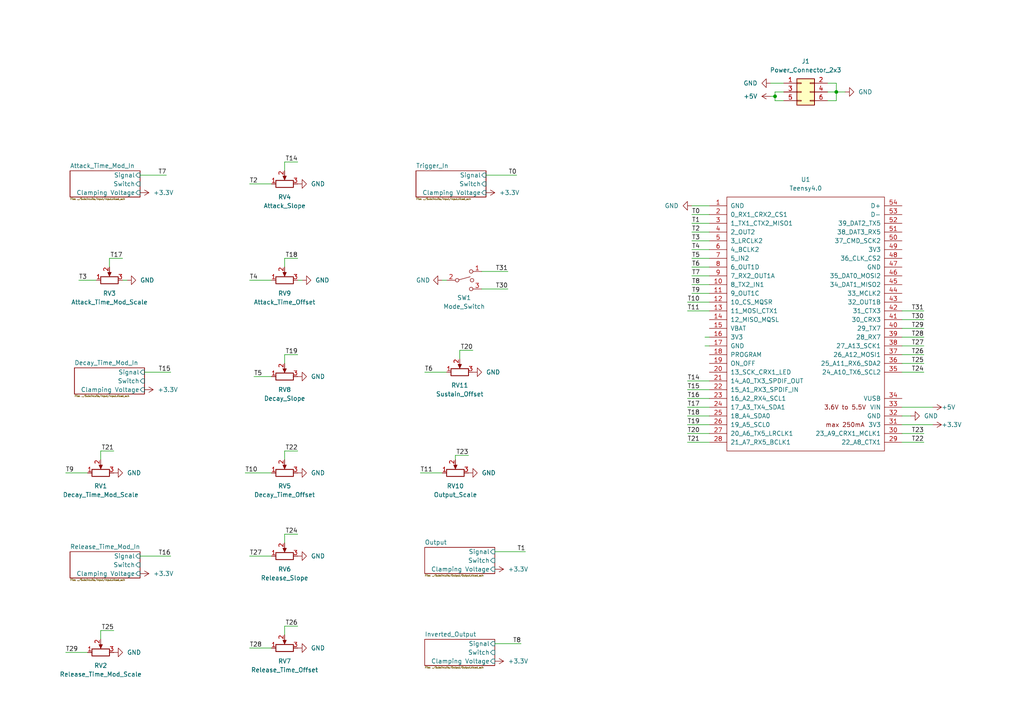
<source format=kicad_sch>
(kicad_sch (version 20211123) (generator eeschema)
  (paper "A4")
  (lib_symbols
    (symbol "Connector_Generic:Conn_02x03_Odd_Even" (pin_names (offset 1.016) hide)
      (property "Reference" "J" (at 1.27 5.08 0))
      (property "Value" "Conn_02x03_Odd_Even" (at 1.27 -5.08 0))
      (symbol "Conn_02x03_Odd_Even_1_1"
        (rectangle (start -1.27 -2.413) (end 0 -2.667) (stroke (width 0.1524)))
        (rectangle (start -1.27 0.127) (end 0 -0.127) (stroke (width 0.1524)))
        (rectangle (start -1.27 2.667) (end 0 2.413) (stroke (width 0.1524)))
        (rectangle (start -1.27 3.81) (end 3.81 -3.81) (stroke (width 0.254)) (fill (type background)))
        (rectangle (start 3.81 -2.413) (end 2.54 -2.667) (stroke (width 0.1524)))
        (rectangle (start 3.81 0.127) (end 2.54 -0.127) (stroke (width 0.1524)))
        (rectangle (start 3.81 2.667) (end 2.54 2.413) (stroke (width 0.1524)))
        (pin passive line (at -5.08 2.54 0) (length 3.81) (name "Pin_1") (number "1"))
        (pin passive line (at 7.62 2.54 180) (length 3.81) (name "Pin_2") (number "2"))
        (pin passive line (at -5.08 0 0) (length 3.81) (name "Pin_3") (number "3"))
        (pin passive line (at 7.62 0 180) (length 3.81) (name "Pin_4") (number "4"))
        (pin passive line (at -5.08 -2.54 0) (length 3.81) (name "Pin_5") (number "5"))
        (pin passive line (at 7.62 -2.54 180) (length 3.81) (name "Pin_6") (number "6"))
      )
    )
    (symbol "Device:R_Potentiometer" (pin_names (offset 1.016) hide)
      (property "Reference" "RV" (at -4.445 0 90))
      (property "Value" "R_Potentiometer" (at -2.54 0 90))
      (symbol "R_Potentiometer_0_1"
        (polyline (pts (xy 2.54 0) (xy 1.524 0)))
        (polyline (pts (xy 1.143 0) (xy 2.286 0.508) (xy 2.286 -0.508) (xy 1.143 0)) (fill (type outline)))
        (rectangle (start 1.016 2.54) (end -1.016 -2.54) (stroke (width 0.254)))
      )
      (symbol "R_Potentiometer_1_1"
        (pin passive line (at 0 3.81 270) (length 1.27) (name "1") (number "1"))
        (pin passive line (at 3.81 0 180) (length 1.27) (name "2") (number "2"))
        (pin passive line (at 0 -3.81 90) (length 1.27) (name "3") (number "3"))
      )
    )
    (symbol "Switch:SW_SPDT_MSM" (pin_names (offset 0) hide)
      (property "Reference" "SW" (at 0 5.08 0))
      (property "Value" "SW_SPDT_MSM" (at 0 -5.08 0))
      (symbol "SW_SPDT_MSM_0_0"
        (circle (center -2.032 0) (radius 0.508))
        (polyline (pts (xy -1.524 0.127) (xy 1.778 1.016)))
        (circle (center 2.032 -2.54) (radius 0.508))
      )
      (symbol "SW_SPDT_MSM_0_1"
        (circle (center 2.032 2.54) (radius 0.508))
        (circle (center 2.286 0) (radius 0.508))
      )
      (symbol "SW_SPDT_MSM_1_1"
        (pin passive line (at 5.08 2.54 180) (length 2.54) (name "1") (number "1"))
        (pin passive line (at -5.08 0 0) (length 2.54) (name "2") (number "2"))
        (pin passive line (at 5.08 -2.54 180) (length 2.54) (name "3") (number "3"))
      )
    )
    (symbol "Teensy:Teensy4.0" (pin_names (offset 1.016))
      (property "Reference" "U" (at 0 39.37 0))
      (property "Value" "Teensy4.0" (at 0 -39.37 0))
      (symbol "Teensy4.0_0_0"
        (text "3.6V to 5.5V" (at 11.43 -24.13 0) (effects (font (size 1.27 1.27))))
        (text "max 250mA" (at 11.43 -29.21 0) (effects (font (size 1.27 1.27))))
        (pin bidirectional line (at -27.94 11.43 0) (length 5.08) (name "8_TX2_IN1") (number "10"))
        (pin bidirectional line (at -27.94 8.89 0) (length 5.08) (name "9_OUT1C") (number "11"))
        (pin bidirectional line (at -27.94 6.35 0) (length 5.08) (name "10_CS_MQSR") (number "12"))
        (pin bidirectional line (at -27.94 3.81 0) (length 5.08) (name "11_MOSI_CTX1") (number "13"))
        (pin bidirectional line (at -27.94 1.27 0) (length 5.08) (name "12_MISO_MQSL") (number "14"))
        (pin power_in line (at -27.94 -1.27 0) (length 5.08) (name "VBAT") (number "15"))
        (pin power_in line (at -27.94 -3.81 0) (length 5.08) (name "3V3") (number "16"))
        (pin power_in line (at -27.94 -6.35 0) (length 5.08) (name "GND") (number "17"))
        (pin input line (at -27.94 -8.89 0) (length 5.08) (name "PROGRAM") (number "18"))
        (pin input line (at -27.94 -11.43 0) (length 5.08) (name "ON_OFF") (number "19"))
        (pin bidirectional line (at -27.94 -13.97 0) (length 5.08) (name "13_SCK_CRX1_LED") (number "20"))
        (pin bidirectional line (at -27.94 -16.51 0) (length 5.08) (name "14_A0_TX3_SPDIF_OUT") (number "21"))
        (pin bidirectional line (at -27.94 -19.05 0) (length 5.08) (name "15_A1_RX3_SPDIF_IN") (number "22"))
        (pin bidirectional line (at -27.94 -21.59 0) (length 5.08) (name "16_A2_RX4_SCL1") (number "23"))
        (pin bidirectional line (at -27.94 -24.13 0) (length 5.08) (name "17_A3_TX4_SDA1") (number "24"))
        (pin bidirectional line (at -27.94 -26.67 0) (length 5.08) (name "18_A4_SDA0") (number "25"))
        (pin bidirectional line (at -27.94 -29.21 0) (length 5.08) (name "19_A5_SCL0") (number "26"))
        (pin bidirectional line (at -27.94 -31.75 0) (length 5.08) (name "20_A6_TX5_LRCLK1") (number "27"))
        (pin bidirectional line (at -27.94 -34.29 0) (length 5.08) (name "21_A7_RX5_BCLK1") (number "28"))
        (pin bidirectional line (at 27.94 -34.29 180) (length 5.08) (name "22_A8_CTX1") (number "29"))
        (pin bidirectional line (at 27.94 -31.75 180) (length 5.08) (name "23_A9_CRX1_MCLK1") (number "30"))
        (pin power_out line (at 27.94 -29.21 180) (length 5.08) (name "3V3") (number "31"))
        (pin power_in line (at 27.94 -26.67 180) (length 5.08) (name "GND") (number "32"))
        (pin power_in line (at 27.94 -24.13 180) (length 5.08) (name "VIN") (number "33"))
        (pin power_out line (at 27.94 -21.59 180) (length 5.08) (name "VUSB") (number "34"))
        (pin bidirectional line (at 27.94 -13.97 180) (length 5.08) (name "24_A10_TX6_SCL2") (number "35"))
        (pin bidirectional line (at 27.94 -11.43 180) (length 5.08) (name "25_A11_RX6_SDA2") (number "36"))
        (pin bidirectional line (at 27.94 -8.89 180) (length 5.08) (name "26_A12_MOSI1") (number "37"))
        (pin bidirectional line (at 27.94 -6.35 180) (length 5.08) (name "27_A13_SCK1") (number "38"))
        (pin bidirectional line (at 27.94 -3.81 180) (length 5.08) (name "28_RX7") (number "39"))
        (pin bidirectional line (at 27.94 -1.27 180) (length 5.08) (name "29_TX7") (number "40"))
        (pin bidirectional line (at 27.94 1.27 180) (length 5.08) (name "30_CRX3") (number "41"))
        (pin bidirectional line (at 27.94 3.81 180) (length 5.08) (name "31_CTX3") (number "42"))
        (pin bidirectional line (at 27.94 6.35 180) (length 5.08) (name "32_OUT1B") (number "43"))
        (pin bidirectional line (at 27.94 8.89 180) (length 5.08) (name "33_MCLK2") (number "44"))
        (pin bidirectional line (at 27.94 11.43 180) (length 5.08) (name "34_DAT1_MISO2") (number "45"))
        (pin bidirectional line (at 27.94 13.97 180) (length 5.08) (name "35_DAT0_MOSI2") (number "46"))
        (pin power_out line (at 27.94 16.51 180) (length 5.08) (name "GND") (number "47"))
        (pin bidirectional line (at 27.94 19.05 180) (length 5.08) (name "36_CLK_CS2") (number "48"))
        (pin power_out line (at 27.94 21.59 180) (length 5.08) (name "3V3") (number "49"))
        (pin bidirectional line (at -27.94 24.13 0) (length 5.08) (name "3_LRCLK2") (number "5"))
        (pin bidirectional line (at 27.94 24.13 180) (length 5.08) (name "37_CMD_SCK2") (number "50"))
        (pin bidirectional line (at 27.94 26.67 180) (length 5.08) (name "38_DAT3_RX5") (number "51"))
        (pin bidirectional line (at 27.94 29.21 180) (length 5.08) (name "39_DAT2_TX5") (number "52"))
        (pin bidirectional line (at 27.94 31.75 180) (length 5.08) (name "D-") (number "53"))
        (pin bidirectional line (at 27.94 34.29 180) (length 5.08) (name "D+") (number "54"))
        (pin bidirectional line (at -27.94 21.59 0) (length 5.08) (name "4_BCLK2") (number "6"))
        (pin bidirectional line (at -27.94 19.05 0) (length 5.08) (name "5_IN2") (number "7"))
        (pin bidirectional line (at -27.94 16.51 0) (length 5.08) (name "6_OUT1D") (number "8"))
        (pin bidirectional line (at -27.94 13.97 0) (length 5.08) (name "7_RX2_OUT1A") (number "9"))
      )
      (symbol "Teensy4.0_0_1"
        (rectangle (start -22.86 36.83) (end 22.86 -36.83))
        (rectangle (start -20.32 -31.75) (end -20.32 -31.75))
      )
      (symbol "Teensy4.0_1_1"
        (pin power_in line (at -27.94 34.29 0) (length 5.08) (name "GND") (number "1"))
        (pin bidirectional line (at -27.94 31.75 0) (length 5.08) (name "0_RX1_CRX2_CS1") (number "2"))
        (pin bidirectional line (at -27.94 29.21 0) (length 5.08) (name "1_TX1_CTX2_MISO1") (number "3"))
        (pin bidirectional line (at -27.94 26.67 0) (length 5.08) (name "2_OUT2") (number "4"))
      )
    )
    (symbol "power:+3.3V" (power) (pin_names (offset 0))
      (property "Value" "+3.3V" (at 0 3.556 0))
      (symbol "+3.3V_0_1"
        (polyline (pts (xy -0.762 1.27) (xy 0 2.54)))
        (polyline (pts (xy 0 0) (xy 0 2.54)))
        (polyline (pts (xy 0 2.54) (xy 0.762 1.27)))
      )
      (symbol "+3.3V_1_1"
        (pin power_in line (at 0 0 90) (length 0) hide (name "+3.3V") (number "1"))
      )
    )
    (symbol "power:+5V" (power) (pin_names (offset 0))
      (property "Value" "+5V" (at 0 3.556 0))
      (symbol "+5V_0_1"
        (polyline (pts (xy -0.762 1.27) (xy 0 2.54)))
        (polyline (pts (xy 0 0) (xy 0 2.54)))
        (polyline (pts (xy 0 2.54) (xy 0.762 1.27)))
      )
      (symbol "+5V_1_1"
        (pin power_in line (at 0 0 90) (length 0) hide (name "+5V") (number "1"))
      )
    )
    (symbol "power:GND" (power) (pin_names (offset 0))
      (property "Value" "GND" (at 0 -3.81 0))
      (symbol "GND_0_1"
        (polyline (pts (xy 0 0) (xy 0 -1.27) (xy 1.27 -1.27) (xy 0 -2.54) (xy -1.27 -1.27) (xy 0 -1.27)))
      )
      (symbol "GND_1_1"
        (pin power_in line (at 0 0 270) (length 0) hide (name "GND") (number "1"))
      )
    )
  )
  (junction (at 242.57 26.67))
  (junction (at 224.79 27.94))
  (wire (pts (xy 270.51 123.19) (xy 261.62 123.19)))
  (wire (pts (xy 19.05 137.16) (xy 25.4 137.16)))
  (wire (pts (xy 227.33 29.21) (xy 224.79 29.21)))
  (wire (pts (xy 35.56 74.93) (xy 31.75 74.93)))
  (wire (pts (xy 240.03 26.67) (xy 242.57 26.67)))
  (wire (pts (xy 72.39 161.29) (xy 78.74 161.29)))
  (wire (pts (xy 139.7 78.74) (xy 147.32 78.74)))
  (wire (pts (xy 199.39 87.63) (xy 205.74 87.63)))
  (wire (pts (xy 86.36 154.94) (xy 82.55 154.94)))
  (wire (pts (xy 86.36 74.93) (xy 82.55 74.93)))
  (wire (pts (xy 261.62 105.41) (xy 267.97 105.41)))
  (wire (pts (xy 35.56 81.28) (xy 36.83 81.28)))
  (wire (pts (xy 261.62 100.33) (xy 267.97 100.33)))
  (wire (pts (xy 19.05 189.23) (xy 25.4 189.23)))
  (wire (pts (xy 199.39 90.17) (xy 205.74 90.17)))
  (wire (pts (xy 200.66 85.09) (xy 205.74 85.09)))
  (wire (pts (xy 33.02 130.81) (xy 29.21 130.81)))
  (wire (pts (xy 82.55 181.61) (xy 82.55 184.15)))
  (wire (pts (xy 71.12 137.16) (xy 78.74 137.16)))
  (wire (pts (xy 31.75 74.93) (xy 31.75 77.47)))
  (wire (pts (xy 204.47 97.79) (xy 205.74 97.79)))
  (wire (pts (xy 199.39 115.57) (xy 205.74 115.57)))
  (wire (pts (xy 227.33 26.67) (xy 224.79 26.67)))
  (wire (pts (xy 261.62 125.73) (xy 267.97 125.73)))
  (wire (pts (xy 86.36 81.28) (xy 87.63 81.28)))
  (wire (pts (xy 199.39 123.19) (xy 205.74 123.19)))
  (wire (pts (xy 261.62 120.65) (xy 264.16 120.65)))
  (wire (pts (xy 242.57 24.13) (xy 242.57 26.67)))
  (wire (pts (xy 199.39 128.27) (xy 205.74 128.27)))
  (wire (pts (xy 137.16 101.6) (xy 133.35 101.6)))
  (wire (pts (xy 133.35 101.6) (xy 133.35 104.14)))
  (wire (pts (xy 200.66 69.85) (xy 205.74 69.85)))
  (wire (pts (xy 261.62 102.87) (xy 267.97 102.87)))
  (wire (pts (xy 199.39 120.65) (xy 205.74 120.65)))
  (wire (pts (xy 261.62 92.71) (xy 267.97 92.71)))
  (wire (pts (xy 199.39 113.03) (xy 205.74 113.03)))
  (wire (pts (xy 72.39 53.34) (xy 78.74 53.34)))
  (wire (pts (xy 200.66 62.23) (xy 205.74 62.23)))
  (wire (pts (xy 200.66 64.77) (xy 205.74 64.77)))
  (wire (pts (xy 139.7 83.82) (xy 147.32 83.82)))
  (wire (pts (xy 86.36 102.87) (xy 82.55 102.87)))
  (wire (pts (xy 82.55 46.99) (xy 82.55 49.53)))
  (wire (pts (xy 29.21 182.88) (xy 29.21 185.42)))
  (wire (pts (xy 72.39 81.28) (xy 78.74 81.28)))
  (wire (pts (xy 72.39 187.96) (xy 78.74 187.96)))
  (wire (pts (xy 140.97 50.8) (xy 149.86 50.8)))
  (wire (pts (xy 135.89 132.08) (xy 132.08 132.08)))
  (wire (pts (xy 224.79 26.67) (xy 224.79 27.94)))
  (wire (pts (xy 224.79 29.21) (xy 224.79 27.94)))
  (wire (pts (xy 200.66 80.01) (xy 205.74 80.01)))
  (wire (pts (xy 261.62 95.25) (xy 267.97 95.25)))
  (wire (pts (xy 40.64 161.29) (xy 49.53 161.29)))
  (wire (pts (xy 261.62 90.17) (xy 267.97 90.17)))
  (wire (pts (xy 143.51 186.69) (xy 151.13 186.69)))
  (wire (pts (xy 41.91 107.95) (xy 49.53 107.95)))
  (wire (pts (xy 82.55 102.87) (xy 82.55 105.41)))
  (wire (pts (xy 199.39 125.73) (xy 205.74 125.73)))
  (wire (pts (xy 73.66 109.22) (xy 78.74 109.22)))
  (wire (pts (xy 261.62 107.95) (xy 267.97 107.95)))
  (wire (pts (xy 199.39 118.11) (xy 205.74 118.11)))
  (wire (pts (xy 200.66 59.69) (xy 205.74 59.69)))
  (wire (pts (xy 121.92 137.16) (xy 128.27 137.16)))
  (wire (pts (xy 132.08 132.08) (xy 132.08 133.35)))
  (wire (pts (xy 129.54 81.28) (xy 128.27 81.28)))
  (wire (pts (xy 200.66 72.39) (xy 205.74 72.39)))
  (wire (pts (xy 82.55 154.94) (xy 82.55 157.48)))
  (wire (pts (xy 223.52 24.13) (xy 227.33 24.13)))
  (wire (pts (xy 242.57 29.21) (xy 242.57 26.67)))
  (wire (pts (xy 242.57 26.67) (xy 245.11 26.67)))
  (wire (pts (xy 40.64 50.8) (xy 48.26 50.8)))
  (wire (pts (xy 224.79 27.94) (xy 223.52 27.94)))
  (wire (pts (xy 204.47 100.33) (xy 205.74 100.33)))
  (wire (pts (xy 199.39 110.49) (xy 205.74 110.49)))
  (wire (pts (xy 261.62 128.27) (xy 267.97 128.27)))
  (wire (pts (xy 240.03 24.13) (xy 242.57 24.13)))
  (wire (pts (xy 200.66 77.47) (xy 205.74 77.47)))
  (wire (pts (xy 86.36 46.99) (xy 82.55 46.99)))
  (wire (pts (xy 200.66 82.55) (xy 205.74 82.55)))
  (wire (pts (xy 200.66 67.31) (xy 205.74 67.31)))
  (wire (pts (xy 240.03 29.21) (xy 242.57 29.21)))
  (wire (pts (xy 270.51 118.11) (xy 261.62 118.11)))
  (wire (pts (xy 123.19 107.95) (xy 129.54 107.95)))
  (wire (pts (xy 200.66 74.93) (xy 205.74 74.93)))
  (wire (pts (xy 82.55 130.81) (xy 82.55 133.35)))
  (wire (pts (xy 86.36 181.61) (xy 82.55 181.61)))
  (wire (pts (xy 22.86 81.28) (xy 27.94 81.28)))
  (wire (pts (xy 143.51 160.02) (xy 152.4 160.02)))
  (wire (pts (xy 86.36 130.81) (xy 82.55 130.81)))
  (wire (pts (xy 33.02 182.88) (xy 29.21 182.88)))
  (wire (pts (xy 82.55 74.93) (xy 82.55 77.47)))
  (wire (pts (xy 261.62 97.79) (xy 267.97 97.79)))
  (wire (pts (xy 29.21 130.81) (xy 29.21 133.35)))
  (label "T20" (at 137.16 101.6 180))
  (label "T18" (at 199.39 120.65 0))
  (label "T8" (at 200.66 82.55 0))
  (label "T20" (at 199.39 125.73 0))
  (label "T7" (at 200.66 80.01 0))
  (label "T23" (at 135.89 132.08 180))
  (label "T27" (at 267.97 100.33 180))
  (label "T21" (at 33.02 130.81 180))
  (label "T25" (at 33.02 182.88 180))
  (label "T28" (at 267.97 97.79 180))
  (label "T10" (at 71.12 137.16 0))
  (label "T14" (at 199.39 110.49 0))
  (label "T3" (at 22.86 81.28 0))
  (label "T30" (at 267.97 92.71 180))
  (label "T26" (at 267.97 102.87 180))
  (label "T5" (at 200.66 74.93 0))
  (label "T22" (at 86.36 130.81 180))
  (label "T11" (at 121.92 137.16 0))
  (label "T21" (at 199.39 128.27 0))
  (label "T1" (at 152.4 160.02 180))
  (label "T29" (at 19.05 189.23 0))
  (label "T17" (at 35.56 74.93 180))
  (label "T2" (at 72.39 53.34 0))
  (label "T27" (at 72.39 161.29 0))
  (label "T19" (at 86.36 102.87 180))
  (label "T9" (at 200.66 85.09 0))
  (label "T11" (at 199.39 90.17 0))
  (label "T29" (at 267.97 95.25 180))
  (label "T28" (at 72.39 187.96 0))
  (label "T25" (at 267.97 105.41 180))
  (label "T16" (at 199.39 115.57 0))
  (label "T5" (at 73.66 109.22 0))
  (label "T10" (at 199.39 87.63 0))
  (label "T22" (at 267.97 128.27 180))
  (label "T7" (at 48.26 50.8 180))
  (label "T2" (at 200.66 67.31 0))
  (label "T18" (at 86.36 74.93 180))
  (label "T31" (at 147.32 78.74 180))
  (label "T3" (at 200.66 69.85 0))
  (label "T31" (at 267.97 90.17 180))
  (label "T15" (at 199.39 113.03 0))
  (label "T8" (at 151.13 186.69 180))
  (label "T9" (at 19.05 137.16 0))
  (label "T24" (at 86.36 154.94 180))
  (label "T24" (at 267.97 107.95 180))
  (label "T23" (at 267.97 125.73 180))
  (label "T16" (at 49.53 161.29 180))
  (label "T6" (at 200.66 77.47 0))
  (label "T30" (at 147.32 83.82 180))
  (label "T14" (at 86.36 46.99 180))
  (label "T0" (at 200.66 62.23 0))
  (label "T1" (at 200.66 64.77 0))
  (label "T15" (at 49.53 107.95 180))
  (label "T17" (at 199.39 118.11 0))
  (label "T6" (at 123.19 107.95 0))
  (label "T4" (at 200.66 72.39 0))
  (label "T0" (at 149.86 50.8 180))
  (label "T26" (at 86.36 181.61 180))
  (label "T4" (at 72.39 81.28 0))
  (label "T19" (at 199.39 123.19 0))
  (symbol (lib_id "power:+3.3V") (at 143.51 191.77 270) (unit 1)
    (property "Reference" "#PWR018" (effects hide))
    (property "Value" "+3.3V" (at 147.32 191.7699 90) (effects (justify left)))
  )
  (symbol (lib_id "Device:R_Potentiometer") (at 82.55 137.16 90) (unit 1)
    (property "Reference" "RV5" (at 82.55 140.97 90))
    (property "Value" "Decay_Time_Offset" (at 82.55 143.51 90))
    (property "Footprint" "Potentiometer:Bourns_PTV09A-4025FB103" (effects hide))
  )
  (symbol (lib_id "Switch:SW_SPDT_MSM") (at 134.62 81.28 0) (unit 1)
    (property "Reference" "SW1" (at 134.62 86.36 0))
    (property "Value" "Mode_Switch" (at 134.62 88.9 0))
    (property "Footprint" "Toggle:Miniature SPDT Toggle" (effects hide))
  )
  (symbol (lib_id "power:GND") (at 200.66 59.69 270) (unit 1)
    (property "Reference" "#PWR019" (effects hide))
    (property "Value" "GND" (at 196.85 59.6899 90) (effects (justify right)))
  )
  (symbol (lib_id "Device:R_Potentiometer") (at 82.55 161.29 90) (unit 1)
    (property "Reference" "RV6" (at 82.55 165.1 90))
    (property "Value" "Release_Slope" (at 82.55 167.64 90))
    (property "Footprint" "Potentiometer:Bourns_PTV09A-4020UB103" (effects hide))
  )
  (symbol (lib_id "Connector_Generic:Conn_02x03_Odd_Even") (at 232.41 26.67 0) (unit 1)
    (property "Reference" "J1" (at 233.68 17.78 0))
    (property "Value" "Power_Connector_2x3" (at 233.68 20.32 0))
    (property "Footprint" "Connector_PinHeader_2.54mm:PinHeader_2x03_P2.54mm_Vertical_SMD" (effects hide))
  )
  (symbol (lib_id "power:GND") (at 223.52 24.13 270) (unit 1)
    (property "Reference" "#PWR0104" (effects hide))
    (property "Value" "GND" (at 219.71 24.1299 90) (effects (justify right)))
  )
  (symbol (lib_id "Device:R_Potentiometer") (at 82.55 81.28 90) (unit 1)
    (property "Reference" "RV9" (at 82.55 85.09 90))
    (property "Value" "Attack_Time_Offset" (at 82.55 87.63 90))
    (property "Footprint" "Potentiometer:Bourns_PTV09A-4025FB103" (effects hide))
  )
  (symbol (lib_id "power:GND") (at 135.89 137.16 90) (unit 1)
    (property "Reference" "#PWR014" (effects hide))
    (property "Value" "GND" (at 139.7 137.1599 90) (effects (justify right)))
  )
  (symbol (lib_id "power:GND") (at 36.83 81.28 90) (unit 1)
    (property "Reference" "#PWR03" (effects hide))
    (property "Value" "GND" (at 40.64 81.2799 90) (effects (justify right)))
  )
  (symbol (lib_id "power:GND") (at 86.36 53.34 90) (unit 1)
    (property "Reference" "#PWR07" (effects hide))
    (property "Value" "GND" (at 90.17 53.3399 90) (effects (justify right)))
  )
  (symbol (lib_id "power:GND") (at 128.27 81.28 270) (unit 1)
    (property "Reference" "#PWR013" (effects hide))
    (property "Value" "GND" (at 120.65 81.28 90) (effects (justify left)))
  )
  (symbol (lib_id "Device:R_Potentiometer") (at 29.21 137.16 90) (unit 1)
    (property "Reference" "RV1" (at 29.21 140.97 90))
    (property "Value" "Decay_Time_Mod_Scale" (at 29.21 143.51 90))
    (property "Footprint" "Potentiometer:Bourns_PTV09A-4020UB103" (effects hide))
  )
  (symbol (lib_id "power:+5V") (at 223.52 27.94 90) (unit 1)
    (property "Reference" "#PWR0103" (effects hide))
    (property "Value" "+5V" (at 219.71 27.9399 90) (effects (justify left)))
  )
  (symbol (lib_id "power:+3.3V") (at 140.97 55.88 270) (unit 1)
    (property "Reference" "#PWR016" (effects hide))
    (property "Value" "+3.3V" (at 144.78 55.8799 90) (effects (justify left)))
  )
  (symbol (lib_id "Teensy:Teensy4.0") (at 233.68 93.98 0) (unit 1)
    (property "Reference" "U1" (at 233.68 52.07 0))
    (property "Value" "Teensy4.0" (at 233.68 54.61 0))
    (property "Footprint" "Teensy:Teensy 4.0 horizontal" (effects hide))
  )
  (symbol (lib_id "power:GND") (at 264.16 120.65 90) (unit 1)
    (property "Reference" "#PWR0106" (effects hide))
    (property "Value" "GND" (at 267.97 120.6501 90) (effects (justify right)))
  )
  (symbol (lib_id "power:+3.3V") (at 40.64 55.88 270) (unit 1)
    (property "Reference" "#PWR04" (effects hide))
    (property "Value" "+3.3V" (at 44.45 55.8799 90) (effects (justify left)))
  )
  (symbol (lib_id "Device:R_Potentiometer") (at 82.55 187.96 90) (unit 1)
    (property "Reference" "RV7" (at 82.55 191.77 90))
    (property "Value" "Release_Time_Offset" (at 82.55 194.31 90))
    (property "Footprint" "Potentiometer:Bourns_PTV09A-4025FB103" (effects hide))
  )
  (symbol (lib_id "power:GND") (at 87.63 81.28 90) (unit 1)
    (property "Reference" "#PWR012" (effects hide))
    (property "Value" "GND" (at 91.44 81.2799 90) (effects (justify right)))
  )
  (symbol (lib_id "Device:R_Potentiometer") (at 82.55 53.34 90) (unit 1)
    (property "Reference" "RV4" (at 82.55 57.15 90))
    (property "Value" "Attack_Slope" (at 82.55 59.69 90))
    (property "Footprint" "Potentiometer:Bourns_PTV09A-4020UB103" (effects hide))
  )
  (symbol (lib_id "power:GND") (at 245.11 26.67 90) (unit 1)
    (property "Reference" "#PWR0105" (effects hide))
    (property "Value" "GND" (at 248.92 26.6699 90) (effects (justify right)))
  )
  (symbol (lib_id "power:GND") (at 86.36 187.96 90) (unit 1)
    (property "Reference" "#PWR010" (effects hide))
    (property "Value" "GND" (at 90.17 187.9599 90) (effects (justify right)))
  )
  (symbol (lib_id "power:GND") (at 137.16 107.95 90) (unit 1)
    (property "Reference" "#PWR015" (effects hide))
    (property "Value" "GND" (at 140.97 107.9499 90) (effects (justify right)))
  )
  (symbol (lib_id "power:+3.3V") (at 270.51 123.19 270) (unit 1)
    (property "Reference" "#PWR0101" (effects hide))
    (property "Value" "+3.3V" (at 273.05 123.19 90) (effects (justify left)))
  )
  (symbol (lib_id "power:+3.3V") (at 40.64 166.37 270) (unit 1)
    (property "Reference" "#PWR05" (effects hide))
    (property "Value" "+3.3V" (at 44.45 166.3699 90) (effects (justify left)))
  )
  (symbol (lib_id "power:GND") (at 86.36 109.22 90) (unit 1)
    (property "Reference" "#PWR011" (effects hide))
    (property "Value" "GND" (at 90.17 109.2199 90) (effects (justify right)))
  )
  (symbol (lib_id "power:+5V") (at 270.51 118.11 270) (unit 1)
    (property "Reference" "#PWR0102" (effects hide))
    (property "Value" "+5V" (at 273.05 118.11 90) (effects (justify left)))
  )
  (symbol (lib_id "Device:R_Potentiometer") (at 31.75 81.28 90) (unit 1)
    (property "Reference" "RV3" (at 31.75 85.09 90))
    (property "Value" "Attack_Time_Mod_Scale" (at 31.75 87.63 90))
    (property "Footprint" "Potentiometer:Bourns_PTV09A-4020UB103" (effects hide))
  )
  (symbol (lib_id "power:+3.3V") (at 143.51 165.1 270) (unit 1)
    (property "Reference" "#PWR017" (effects hide))
    (property "Value" "+3.3V" (at 147.32 165.0999 90) (effects (justify left)))
  )
  (symbol (lib_id "power:+3.3V") (at 41.91 113.03 270) (unit 1)
    (property "Reference" "#PWR06" (effects hide))
    (property "Value" "+3.3V" (at 45.72 113.0299 90) (effects (justify left)))
  )
  (symbol (lib_id "power:GND") (at 33.02 137.16 90) (unit 1)
    (property "Reference" "#PWR01" (effects hide))
    (property "Value" "GND" (at 36.83 137.1599 90) (effects (justify right)))
  )
  (symbol (lib_id "Device:R_Potentiometer") (at 132.08 137.16 90) (unit 1)
    (property "Reference" "RV10" (at 132.08 140.97 90))
    (property "Value" "Output_Scale" (at 132.08 143.51 90))
    (property "Footprint" "Potentiometer:Bourns_PTV09A-4020UB103" (effects hide))
  )
  (symbol (lib_id "Device:R_Potentiometer") (at 82.55 109.22 90) (unit 1)
    (property "Reference" "RV8" (at 82.55 113.03 90))
    (property "Value" "Decay_Slope" (at 82.55 115.57 90))
    (property "Footprint" "Potentiometer:Bourns_PTV09A-4020UB103" (effects hide))
  )
  (symbol (lib_id "power:GND") (at 86.36 137.16 90) (unit 1)
    (property "Reference" "#PWR08" (effects hide))
    (property "Value" "GND" (at 90.17 137.1599 90) (effects (justify right)))
  )
  (symbol (lib_id "power:GND") (at 33.02 189.23 90) (unit 1)
    (property "Reference" "#PWR02" (effects hide))
    (property "Value" "GND" (at 36.83 189.2299 90) (effects (justify right)))
  )
  (symbol (lib_id "Device:R_Potentiometer") (at 133.35 107.95 90) (unit 1)
    (property "Reference" "RV11" (at 133.35 111.76 90))
    (property "Value" "Sustain_Offset" (at 133.35 114.3 90))
    (property "Footprint" "Potentiometer:Bourns_PTV09A-4020UB103" (effects hide))
  )
  (symbol (lib_id "Device:R_Potentiometer") (at 29.21 189.23 90) (unit 1)
    (property "Reference" "RV2" (at 29.21 193.04 90))
    (property "Value" "Release_Time_Mod_Scale" (at 29.21 195.58 90))
    (property "Footprint" "Potentiometer:Bourns_PTV09A-4020UB103" (effects hide))
  )
  (symbol (lib_id "power:GND") (at 86.36 161.29 90) (unit 1)
    (property "Reference" "#PWR09" (effects hide))
    (property "Value" "GND" (at 90.17 161.2899 90) (effects (justify right)))
  )
  (sheet (at 123.19 185.42) (size 20.32 7.62) (stroke (width 0.1524))
    (property "Sheet name" "Inverted_Output" (at 123.19 184.7084 0) (effects (justify left bottom)))
    (property "Sheet file" "../Subcircuits/Output/Output.kicad_sch" (at 123.19 193.3166 0) (effects (font (size 0.5 0.5)) (justify left top)))
    (pin "Signal" input (at 143.51 186.69 0))
    (pin "Clamping Voltage" input (at 143.51 191.77 0))
    (pin "Switch" input (at 143.51 189.23 0))
  )
  (sheet (at 21.59 106.68) (size 20.32 7.62) (stroke (width 0.1524))
    (property "Sheet name" "Decay_Time_Mod_In" (at 21.59 105.9684 0) (effects (justify left bottom)))
    (property "Sheet file" "../Subcircuits/Input/Input.kicad_sch" (at 21.59 114.5766 0) (effects (font (size 0.5 0.5)) (justify left top)))
    (pin "Signal" input (at 41.91 107.95 0))
    (pin "Switch" input (at 41.91 110.49 0))
    (pin "Clamping Voltage" input (at 41.91 113.03 0))
  )
  (sheet (at 20.32 160.02) (size 20.32 7.62) (stroke (width 0.1524))
    (property "Sheet name" "Release_Time_Mod_In" (at 20.32 159.3084 0) (effects (justify left bottom)))
    (property "Sheet file" "../Subcircuits/Input/Input.kicad_sch" (at 20.32 167.9166 0) (effects (font (size 0.5 0.5)) (justify left top)))
    (pin "Signal" input (at 40.64 161.29 0))
    (pin "Switch" input (at 40.64 163.83 0))
    (pin "Clamping Voltage" input (at 40.64 166.37 0))
  )
  (sheet (at 20.32 49.53) (size 20.32 7.62) (stroke (width 0.1524))
    (property "Sheet name" "Attack_Time_Mod_In" (at 20.32 48.8184 0) (effects (justify left bottom)))
    (property "Sheet file" "../Subcircuits/Input/Input.kicad_sch" (at 20.32 57.4266 0) (effects (font (size 0.5 0.5)) (justify left top)))
    (pin "Signal" input (at 40.64 50.8 0))
    (pin "Switch" input (at 40.64 53.34 0))
    (pin "Clamping Voltage" input (at 40.64 55.88 0))
  )
  (sheet (at 123.19 158.75) (size 20.32 7.62) (stroke (width 0.1524))
    (property "Sheet name" "Output" (at 123.19 158.0384 0) (effects (justify left bottom)))
    (property "Sheet file" "../Subcircuits/Output/Output.kicad_sch" (at 123.19 166.6466 0) (effects (font (size 0.5 0.5)) (justify left top)))
    (pin "Signal" input (at 143.51 160.02 0))
    (pin "Clamping Voltage" input (at 143.51 165.1 0))
    (pin "Switch" input (at 143.51 162.56 0))
  )
  (sheet (at 120.65 49.53) (size 20.32 7.62) (stroke (width 0.1524))
    (property "Sheet name" "Trigger_In" (at 120.65 48.8184 0) (effects (justify left bottom)))
    (property "Sheet file" "../Subcircuits/Input/Input.kicad_sch" (at 120.65 57.4266 0) (effects (font (size 0.5 0.5)) (justify left top)))
    (pin "Signal" input (at 140.97 50.8 0))
    (pin "Switch" input (at 140.97 53.34 0))
    (pin "Clamping Voltage" input (at 140.97 55.88 0))
  )
)
</source>
